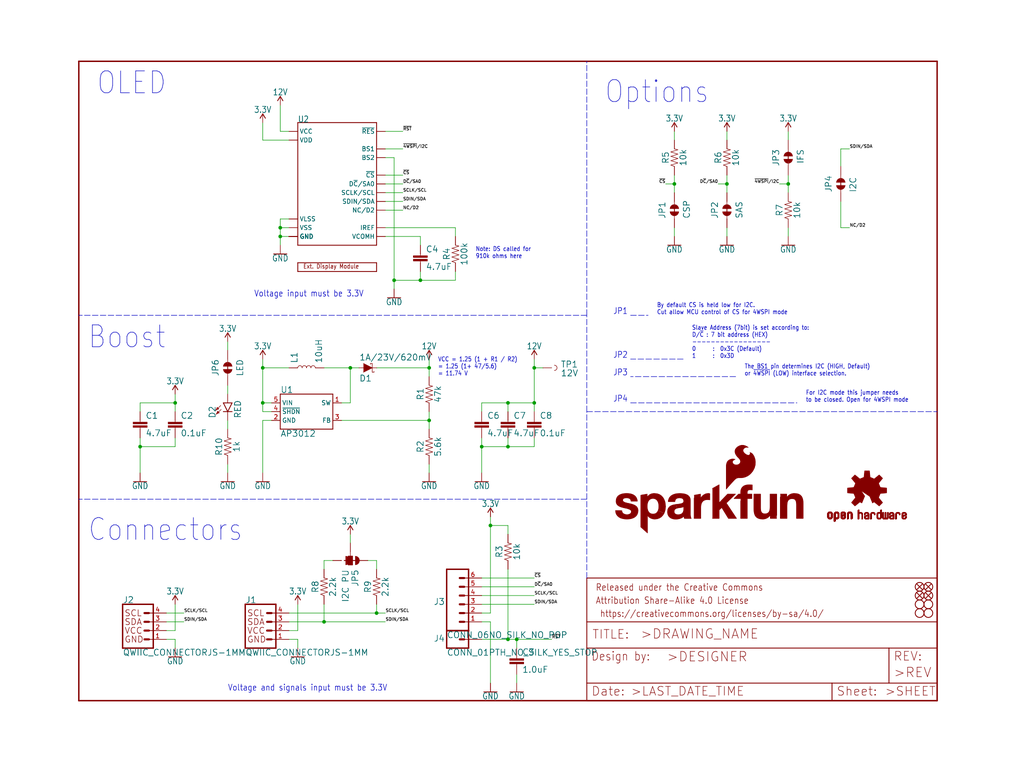
<source format=kicad_sch>
(kicad_sch (version 20211123) (generator eeschema)
  (paper "User" 297.002 224.815)
  (lib_symbols
    (symbol "eagleSchem-eagle-import:0.1UF-0603-100V-10%"
      (property "Reference" "C" (at 1.524 2.921 0))
      (property "Value" "0.1UF-0603-100V-10%" (at 1.524 -2.159 0))
      (symbol "0.1UF-0603-100V-10%_1_0"
        (pin passive line (at 0 5.08 270) (length 2.54) (name "1") (number "1"))
        (pin passive line (at 0 -2.54 90) (length 2.54) (name "2") (number "2"))
      )
    )
    (symbol "eagleSchem-eagle-import:1.0UF-0603-16V-10%-X7R"
      (property "Reference" "C" (at 1.524 2.921 0))
      (property "Value" "1.0UF-0603-16V-10%-X7R" (at 1.524 -2.159 0))
      (symbol "1.0UF-0603-16V-10%-X7R_1_0"
        (pin passive line (at 0 5.08 270) (length 2.54) (name "1") (number "1"))
        (pin passive line (at 0 -2.54 90) (length 2.54) (name "2") (number "2"))
      )
    )
    (symbol "eagleSchem-eagle-import:100KOHM-0603-1{slash}10W-1%"
      (property "Reference" "R" (at 0 1.524 0))
      (property "Value" "100KOHM-0603-1{slash}10W-1%" (at 0 -1.524 0))
      (symbol "100KOHM-0603-1{slash}10W-1%_1_0"
        (pin passive line (at -5.08 0 0) (length 2.54) (name "1") (number "1"))
        (pin passive line (at 5.08 0 180) (length 2.54) (name "2") (number "2"))
      )
    )
    (symbol "eagleSchem-eagle-import:10KOHM-0603-1{slash}10W-1%"
      (property "Reference" "R" (at 0 1.524 0))
      (property "Value" "10KOHM-0603-1{slash}10W-1%" (at 0 -1.524 0))
      (symbol "10KOHM-0603-1{slash}10W-1%_1_0"
        (pin passive line (at -5.08 0 0) (length 2.54) (name "1") (number "1"))
        (pin passive line (at 5.08 0 180) (length 2.54) (name "2") (number "2"))
      )
    )
    (symbol "eagleSchem-eagle-import:12V" (power)
      (property "Value" "12V" (at 0 2.794 0))
      (symbol "12V_1_0"
        (pin power_in line (at 0 0 90) (length 2.54) (name "12V") (number "1"))
      )
    )
    (symbol "eagleSchem-eagle-import:1KOHM-0603-1{slash}10W-1%"
      (property "Reference" "R" (at 0 1.524 0))
      (property "Value" "1KOHM-0603-1{slash}10W-1%" (at 0 -1.524 0))
      (symbol "1KOHM-0603-1{slash}10W-1%_1_0"
        (pin passive line (at -5.08 0 0) (length 2.54) (name "1") (number "1"))
        (pin passive line (at 5.08 0 180) (length 2.54) (name "2") (number "2"))
      )
    )
    (symbol "eagleSchem-eagle-import:2.2KOHM-0603-1{slash}10W-1%"
      (property "Reference" "R" (at 0 1.524 0))
      (property "Value" "2.2KOHM-0603-1{slash}10W-1%" (at 0 -1.524 0))
      (symbol "2.2KOHM-0603-1{slash}10W-1%_1_0"
        (pin passive line (at -5.08 0 0) (length 2.54) (name "1") (number "1"))
        (pin passive line (at 5.08 0 180) (length 2.54) (name "2") (number "2"))
      )
    )
    (symbol "eagleSchem-eagle-import:3.3V" (power)
      (property "Value" "3.3V" (at 0 2.794 0))
      (symbol "3.3V_1_0"
        (pin power_in line (at 0 0 90) (length 2.54) (name "3.3V") (number "1"))
      )
    )
    (symbol "eagleSchem-eagle-import:4.7UF-0603-35V-(20%)"
      (property "Reference" "C" (at 1.524 2.921 0))
      (property "Value" "4.7UF-0603-35V-(20%)" (at 1.524 -2.159 0))
      (symbol "4.7UF-0603-35V-(20%)_1_0"
        (pin passive line (at 0 5.08 270) (length 2.54) (name "1") (number "1"))
        (pin passive line (at 0 -2.54 90) (length 2.54) (name "2") (number "2"))
      )
    )
    (symbol "eagleSchem-eagle-import:47KOHM-0603-1{slash}10W-1%"
      (property "Reference" "R" (at 0 1.524 0))
      (property "Value" "47KOHM-0603-1{slash}10W-1%" (at 0 -1.524 0))
      (symbol "47KOHM-0603-1{slash}10W-1%_1_0"
        (pin passive line (at -5.08 0 0) (length 2.54) (name "1") (number "1"))
        (pin passive line (at 5.08 0 180) (length 2.54) (name "2") (number "2"))
      )
    )
    (symbol "eagleSchem-eagle-import:5.6KOHM-0603-1{slash}10W-1%"
      (property "Reference" "R" (at 0 1.524 0))
      (property "Value" "5.6KOHM-0603-1{slash}10W-1%" (at 0 -1.524 0))
      (symbol "5.6KOHM-0603-1{slash}10W-1%_1_0"
        (pin passive line (at -5.08 0 0) (length 2.54) (name "1") (number "1"))
        (pin passive line (at 5.08 0 180) (length 2.54) (name "2") (number "2"))
      )
    )
    (symbol "eagleSchem-eagle-import:AP3012"
      (property "Reference" "U" (at -7.62 5.334 0))
      (property "Value" "AP3012" (at -7.62 -5.334 0))
      (symbol "AP3012_1_0"
        (pin bidirectional line (at 10.16 2.54 180) (length 2.54) (name "SW") (number "1"))
        (pin bidirectional line (at -10.16 -2.54 0) (length 2.54) (name "GND") (number "2"))
        (pin bidirectional line (at 10.16 -2.54 180) (length 2.54) (name "FB") (number "3"))
        (pin bidirectional line (at -10.16 0 0) (length 2.54) (name "~{SHDN}") (number "4"))
        (pin bidirectional line (at -10.16 2.54 0) (length 2.54) (name "VIN") (number "5"))
      )
    )
    (symbol "eagleSchem-eagle-import:CONN_01PTH_NO_SILK_YES_STOP"
      (property "Reference" "J" (at -2.54 3.048 0))
      (property "Value" "CONN_01PTH_NO_SILK_YES_STOP" (at -2.54 -4.826 0))
      (symbol "CONN_01PTH_NO_SILK_YES_STOP_1_0"
        (pin passive line (at 7.62 0 180) (length 5.08) (name "1") (number "1"))
      )
    )
    (symbol "eagleSchem-eagle-import:CONN_06NO_SILK_NO_POP"
      (property "Reference" "J" (at -5.08 10.668 0))
      (property "Value" "CONN_06NO_SILK_NO_POP" (at -5.08 -9.906 0))
      (symbol "CONN_06NO_SILK_NO_POP_1_0"
        (pin passive line (at 5.08 -5.08 180) (length 5.08) (name "1") (number "1"))
        (pin passive line (at 5.08 -2.54 180) (length 5.08) (name "2") (number "2"))
        (pin passive line (at 5.08 0 180) (length 5.08) (name "3") (number "3"))
        (pin passive line (at 5.08 2.54 180) (length 5.08) (name "4") (number "4"))
        (pin passive line (at 5.08 5.08 180) (length 5.08) (name "5") (number "5"))
        (pin passive line (at 5.08 7.62 180) (length 5.08) (name "6") (number "6"))
      )
    )
    (symbol "eagleSchem-eagle-import:DIODE-SCHOTTKY-BAT20J"
      (property "Reference" "D" (at -2.54 2.032 0))
      (property "Value" "DIODE-SCHOTTKY-BAT20J" (at -2.54 -2.032 0))
      (symbol "DIODE-SCHOTTKY-BAT20J_1_0"
        (pin passive line (at -2.54 0 0) (length 0) (name "A") (number "A"))
        (pin passive line (at 2.54 0 180) (length 0) (name "C") (number "C"))
      )
    )
    (symbol "eagleSchem-eagle-import:EXTERNAL_DISP-UG-2856KLBAG01"
      (symbol "EXTERNAL_DISP-UG-2856KLBAG01_1_0"
        (text "Ext. Display Module" (at -13.716 0.762 0) (effects (font (size 1.27 1.0795)) (justify left bottom)))
      )
    )
    (symbol "eagleSchem-eagle-import:FIDUCIAL1X2")
    (symbol "eagleSchem-eagle-import:FRAME-LETTER"
      (symbol "FRAME-LETTER_2_0"
        (text " https://creativecommons.org/licenses/by-sa/4.0/" (at 2.54 24.13 0) (effects (font (size 1.9304 1.6408)) (justify left bottom)))
        (text ">DESIGNER" (at 23.114 11.176 0) (effects (font (size 2.7432 2.7432)) (justify left bottom)))
        (text ">DRAWING_NAME" (at 15.494 17.78 0) (effects (font (size 2.7432 2.7432)) (justify left bottom)))
        (text ">LAST_DATE_TIME" (at 12.7 1.27 0) (effects (font (size 2.54 2.54)) (justify left bottom)))
        (text ">REV" (at 88.9 6.604 0) (effects (font (size 2.7432 2.7432)) (justify left bottom)))
        (text ">SHEET" (at 86.36 1.27 0) (effects (font (size 2.54 2.54)) (justify left bottom)))
        (text "Attribution Share-Alike 4.0 License" (at 2.54 27.94 0) (effects (font (size 1.9304 1.6408)) (justify left bottom)))
        (text "Date:" (at 1.27 1.27 0) (effects (font (size 2.54 2.54)) (justify left bottom)))
        (text "Design by:" (at 1.27 11.43 0) (effects (font (size 2.54 2.159)) (justify left bottom)))
        (text "Released under the Creative Commons" (at 2.54 31.75 0) (effects (font (size 1.9304 1.6408)) (justify left bottom)))
        (text "REV:" (at 88.9 11.43 0) (effects (font (size 2.54 2.54)) (justify left bottom)))
        (text "Sheet:" (at 72.39 1.27 0) (effects (font (size 2.54 2.54)) (justify left bottom)))
        (text "TITLE:" (at 1.524 17.78 0) (effects (font (size 2.54 2.54)) (justify left bottom)))
      )
    )
    (symbol "eagleSchem-eagle-import:GND" (power)
      (property "Value" "GND" (at 0 -0.254 0))
      (symbol "GND_1_0"
        (pin power_in line (at 0 2.54 270) (length 2.54) (name "GND") (number "1"))
      )
    )
    (symbol "eagleSchem-eagle-import:INDUCTOR-CDRH-10UH"
      (property "Reference" "L" (at 1.27 2.54 0))
      (property "Value" "INDUCTOR-CDRH-10UH" (at 1.27 -2.54 0))
      (symbol "INDUCTOR-CDRH-10UH_1_0"
        (pin passive line (at 0 5.08 270) (length 2.54) (name "1") (number "P$1"))
        (pin passive line (at 0 -5.08 90) (length 2.54) (name "2") (number "P$2"))
      )
    )
    (symbol "eagleSchem-eagle-import:JUMPER-SMT_2_NC_TRACE_SILK"
      (property "Reference" "JP" (at -2.54 2.54 0))
      (property "Value" "JUMPER-SMT_2_NC_TRACE_SILK" (at -2.54 -2.54 0))
      (symbol "JUMPER-SMT_2_NC_TRACE_SILK_1_0"
        (pin passive line (at -5.08 0 0) (length 2.54) (name "1") (number "1"))
        (pin passive line (at 5.08 0 180) (length 2.54) (name "2") (number "2"))
      )
    )
    (symbol "eagleSchem-eagle-import:JUMPER-SMT_3_2-NC_TRACE_SILK"
      (property "Reference" "JP" (at 2.54 0.381 0))
      (property "Value" "JUMPER-SMT_3_2-NC_TRACE_SILK" (at 2.54 -0.381 0))
      (symbol "JUMPER-SMT_3_2-NC_TRACE_SILK_1_0"
        (pin passive line (at 0 5.08 270) (length 2.54) (name "1") (number "1"))
        (pin passive line (at -5.08 0 0) (length 2.54) (name "2") (number "2"))
        (pin passive line (at 0 -5.08 90) (length 2.54) (name "3") (number "3"))
      )
    )
    (symbol "eagleSchem-eagle-import:LED-RED0603"
      (property "Reference" "D" (at -3.429 -4.572 90))
      (property "Value" "LED-RED0603" (at 1.905 -4.572 90))
      (symbol "LED-RED0603_1_0"
        (pin passive line (at 0 2.54 270) (length 2.54) (name "A") (number "A"))
        (pin passive line (at 0 -5.08 90) (length 2.54) (name "C") (number "C"))
      )
    )
    (symbol "eagleSchem-eagle-import:OSHW-LOGOS")
    (symbol "eagleSchem-eagle-import:QWIIC_CONNECTORJS-1MM"
      (property "Reference" "J" (at -5.08 7.874 0))
      (property "Value" "QWIIC_CONNECTORJS-1MM" (at -5.08 -5.334 0))
      (symbol "QWIIC_CONNECTORJS-1MM_1_0"
        (text "GND" (at -4.572 -2.54 0) (effects (font (size 1.778 1.778)) (justify left)))
        (text "SCL" (at -4.572 5.08 0) (effects (font (size 1.778 1.778)) (justify left)))
        (text "SDA" (at -4.572 2.54 0) (effects (font (size 1.778 1.778)) (justify left)))
        (text "VCC" (at -4.572 0 0) (effects (font (size 1.778 1.778)) (justify left)))
        (pin power_in line (at 7.62 -2.54 180) (length 5.08) (name "1") (number "1"))
        (pin power_in line (at 7.62 0 180) (length 5.08) (name "2") (number "2"))
        (pin passive line (at 7.62 2.54 180) (length 5.08) (name "3") (number "3"))
        (pin passive line (at 7.62 5.08 180) (length 5.08) (name "4") (number "4"))
      )
    )
    (symbol "eagleSchem-eagle-import:SFE_LOGO_NAME_FLAME.1_INCH")
    (symbol "eagleSchem-eagle-import:STAND-OFF")
    (symbol "eagleSchem-eagle-import:TEST-POINT3"
      (property "Reference" "TP" (at -2.54 2.54 0))
      (property "Value" "TEST-POINT3" (at -2.54 -2.54 0))
      (symbol "TEST-POINT3_1_0"
        (pin bidirectional line (at 0 0 180) (length 0) (name "1") (number "P$1"))
      )
    )
    (symbol "eagleSchem-eagle-import:UG-2856KLBAG01_4WSPI"
      (property "Reference" "U" (at -15.24 22.86 0))
      (property "Value" "UG-2856KLBAG01_4WSPI" (at -15.24 -15.24 0))
      (symbol "UG-2856KLBAG01_4WSPI_1_0"
        (pin bidirectional line (at -17.78 -10.16 0) (length 2.54) (name "GND") (number "P$1"))
        (pin bidirectional line (at 10.16 5.08 180) (length 2.54) (name "D~{C}/SA0") (number "P$10"))
        (pin bidirectional line (at -17.78 -10.16 0) (length 2.54) (name "GND") (number "P$11"))
        (pin bidirectional line (at -17.78 -10.16 0) (length 2.54) (name "GND") (number "P$12"))
        (pin bidirectional line (at 10.16 2.54 180) (length 2.54) (name "SCLK/SCL") (number "P$13"))
        (pin bidirectional line (at 10.16 0 180) (length 2.54) (name "SDIN/SDA") (number "P$14"))
        (pin bidirectional line (at 10.16 -2.54 180) (length 2.54) (name "NC/D2") (number "P$15"))
        (pin bidirectional line (at -17.78 -10.16 0) (length 2.54) (name "GND") (number "P$16"))
        (pin bidirectional line (at -17.78 -10.16 0) (length 2.54) (name "GND") (number "P$17"))
        (pin bidirectional line (at -17.78 -10.16 0) (length 2.54) (name "GND") (number "P$18"))
        (pin bidirectional line (at -17.78 -10.16 0) (length 2.54) (name "GND") (number "P$19"))
        (pin bidirectional line (at -17.78 -5.08 0) (length 2.54) (name "VLSS") (number "P$2"))
        (pin bidirectional line (at -17.78 -10.16 0) (length 2.54) (name "GND") (number "P$20"))
        (pin bidirectional line (at 10.16 -7.62 180) (length 2.54) (name "IREF") (number "P$21"))
        (pin bidirectional line (at 10.16 -10.16 180) (length 2.54) (name "VCOMH") (number "P$22"))
        (pin bidirectional line (at -17.78 20.32 0) (length 2.54) (name "VCC") (number "P$23"))
        (pin bidirectional line (at -17.78 -10.16 0) (length 2.54) (name "GND") (number "P$24"))
        (pin bidirectional line (at -17.78 -7.62 0) (length 2.54) (name "VSS") (number "P$3"))
        (pin bidirectional line (at -17.78 17.78 0) (length 2.54) (name "VDD") (number "P$5"))
        (pin bidirectional line (at 10.16 15.24 180) (length 2.54) (name "BS1") (number "P$6"))
        (pin bidirectional line (at 10.16 12.7 180) (length 2.54) (name "BS2") (number "P$7"))
        (pin bidirectional line (at 10.16 7.62 180) (length 2.54) (name "~{CS}") (number "P$8"))
        (pin bidirectional line (at 10.16 20.32 180) (length 2.54) (name "~{RES}") (number "P$9"))
      )
    )
  )
  (junction (at 195.58 53.34))
  (junction (at 154.94 106.68))
  (junction (at 147.32 129.54))
  (junction (at 114.3 81.28))
  (junction (at 40.64 129.54))
  (junction (at 76.2 116.84))
  (junction (at 147.32 116.84))
  (junction (at 76.2 106.68))
  (junction (at 139.7 129.54))
  (junction (at 121.92 81.28))
  (junction (at 210.82 53.34))
  (junction (at 81.28 66.04))
  (junction (at 124.46 121.92))
  (junction (at 93.98 180.34))
  (junction (at 101.6 106.68))
  (junction (at 154.94 116.84))
  (junction (at 228.6 53.34))
  (junction (at 81.28 68.58))
  (junction (at 124.46 106.68))
  (junction (at 50.8 116.84))
  (junction (at 147.32 185.42))
  (junction (at 109.22 177.8))
  (junction (at 149.86 185.42))
  (junction (at 142.24 152.4))
  (wire (pts (xy 210.82 55.88) (xy 210.82 53.34)))
  (wire (pts (xy 99.06 121.92) (xy 124.46 121.92)))
  (wire (pts (xy 147.32 165.1) (xy 147.32 185.42)))
  (wire (pts (xy 139.7 180.34) (xy 142.24 180.34)))
  (wire (pts (xy 210.82 40.64) (xy 210.82 38.1)))
  (wire (pts (xy 99.06 116.84) (xy 101.6 116.84)))
  (wire (pts (xy 114.3 45.72) (xy 111.76 45.72)))
  (wire (pts (xy 76.2 116.84) (xy 78.74 116.84)))
  (wire (pts (xy 76.2 106.68) (xy 83.82 106.68)))
  (wire (pts (xy 210.82 53.34) (xy 208.28 53.34)))
  (wire (pts (xy 83.82 182.88) (xy 86.36 182.88)))
  (wire (pts (xy 40.64 116.84) (xy 50.8 116.84)))
  (wire (pts (xy 111.76 50.8) (xy 116.84 50.8)))
  (wire (pts (xy 81.28 66.04) (xy 81.28 68.58)))
  (wire (pts (xy 149.86 187.96) (xy 149.86 185.42)))
  (wire (pts (xy 48.26 185.42) (xy 50.8 185.42)))
  (wire (pts (xy 121.92 81.28) (xy 114.3 81.28)))
  (wire (pts (xy 147.32 129.54) (xy 154.94 129.54)))
  (wire (pts (xy 53.34 180.34) (xy 48.26 180.34)))
  (polyline (pts (xy 170.18 119.38) (xy 271.78 119.38)))
  (wire (pts (xy 132.08 78.74) (xy 132.08 81.28)))
  (wire (pts (xy 147.32 116.84) (xy 154.94 116.84)))
  (wire (pts (xy 124.46 104.14) (xy 124.46 106.68)))
  (wire (pts (xy 81.28 38.1) (xy 81.28 30.48)))
  (wire (pts (xy 139.7 177.8) (xy 142.24 177.8)))
  (wire (pts (xy 106.68 162.56) (xy 109.22 162.56)))
  (wire (pts (xy 76.2 121.92) (xy 76.2 137.16)))
  (wire (pts (xy 149.86 185.42) (xy 160.02 185.42)))
  (wire (pts (xy 147.32 152.4) (xy 142.24 152.4)))
  (polyline (pts (xy 170.18 91.44) (xy 170.18 17.78)))
  (polyline (pts (xy 170.18 144.78) (xy 170.18 119.38)))
  (polyline (pts (xy 182.88 91.44) (xy 187.96 91.44)))
  (wire (pts (xy 132.08 66.04) (xy 132.08 68.58)))
  (wire (pts (xy 195.58 68.58) (xy 195.58 66.04)))
  (wire (pts (xy 124.46 121.92) (xy 124.46 119.38)))
  (wire (pts (xy 147.32 185.42) (xy 139.7 185.42)))
  (wire (pts (xy 93.98 162.56) (xy 93.98 165.1)))
  (wire (pts (xy 76.2 40.64) (xy 76.2 35.56)))
  (wire (pts (xy 228.6 40.64) (xy 228.6 38.1)))
  (wire (pts (xy 83.82 177.8) (xy 109.22 177.8)))
  (wire (pts (xy 81.28 63.5) (xy 81.28 66.04)))
  (wire (pts (xy 111.76 38.1) (xy 116.84 38.1)))
  (wire (pts (xy 124.46 106.68) (xy 124.46 109.22)))
  (polyline (pts (xy 170.18 119.38) (xy 170.18 91.44)))
  (wire (pts (xy 101.6 116.84) (xy 101.6 106.68)))
  (wire (pts (xy 154.94 116.84) (xy 154.94 106.68)))
  (wire (pts (xy 124.46 124.46) (xy 124.46 121.92)))
  (polyline (pts (xy 170.18 91.44) (xy 22.86 91.44)))
  (wire (pts (xy 40.64 127) (xy 40.64 129.54)))
  (wire (pts (xy 109.22 162.56) (xy 109.22 165.1)))
  (wire (pts (xy 66.04 137.16) (xy 66.04 134.62)))
  (polyline (pts (xy 213.36 109.22) (xy 182.88 109.22)))
  (wire (pts (xy 147.32 119.38) (xy 147.32 116.84)))
  (wire (pts (xy 111.76 60.96) (xy 116.84 60.96)))
  (wire (pts (xy 40.64 119.38) (xy 40.64 116.84)))
  (wire (pts (xy 139.7 119.38) (xy 139.7 116.84)))
  (wire (pts (xy 246.38 43.18) (xy 243.84 43.18)))
  (wire (pts (xy 83.82 63.5) (xy 81.28 63.5)))
  (wire (pts (xy 83.82 68.58) (xy 81.28 68.58)))
  (wire (pts (xy 50.8 182.88) (xy 48.26 182.88)))
  (wire (pts (xy 109.22 177.8) (xy 111.76 177.8)))
  (wire (pts (xy 139.7 116.84) (xy 147.32 116.84)))
  (wire (pts (xy 66.04 111.76) (xy 66.04 114.3)))
  (wire (pts (xy 66.04 121.92) (xy 66.04 124.46)))
  (wire (pts (xy 96.52 162.56) (xy 93.98 162.56)))
  (wire (pts (xy 76.2 116.84) (xy 76.2 106.68)))
  (wire (pts (xy 121.92 68.58) (xy 121.92 71.12)))
  (wire (pts (xy 195.58 50.8) (xy 195.58 53.34)))
  (wire (pts (xy 147.32 154.94) (xy 147.32 152.4)))
  (wire (pts (xy 40.64 129.54) (xy 40.64 137.16)))
  (wire (pts (xy 139.7 175.26) (xy 154.94 175.26)))
  (wire (pts (xy 111.76 58.42) (xy 116.84 58.42)))
  (wire (pts (xy 78.74 121.92) (xy 76.2 121.92)))
  (wire (pts (xy 78.74 119.38) (xy 76.2 119.38)))
  (wire (pts (xy 83.82 66.04) (xy 81.28 66.04)))
  (polyline (pts (xy 198.12 104.14) (xy 182.88 104.14)))
  (wire (pts (xy 83.82 180.34) (xy 93.98 180.34)))
  (polyline (pts (xy 170.18 144.78) (xy 22.86 144.78)))
  (wire (pts (xy 109.22 106.68) (xy 124.46 106.68)))
  (wire (pts (xy 139.7 167.64) (xy 154.94 167.64)))
  (wire (pts (xy 101.6 154.94) (xy 101.6 157.48)))
  (wire (pts (xy 50.8 127) (xy 50.8 129.54)))
  (wire (pts (xy 132.08 81.28) (xy 121.92 81.28)))
  (wire (pts (xy 93.98 106.68) (xy 101.6 106.68)))
  (wire (pts (xy 210.82 68.58) (xy 210.82 66.04)))
  (wire (pts (xy 111.76 68.58) (xy 121.92 68.58)))
  (wire (pts (xy 228.6 50.8) (xy 228.6 53.34)))
  (wire (pts (xy 50.8 175.26) (xy 50.8 182.88)))
  (wire (pts (xy 228.6 53.34) (xy 226.06 53.34)))
  (wire (pts (xy 195.58 38.1) (xy 195.58 40.64)))
  (wire (pts (xy 142.24 180.34) (xy 142.24 198.12)))
  (wire (pts (xy 83.82 40.64) (xy 76.2 40.64)))
  (wire (pts (xy 246.38 66.04) (xy 243.84 66.04)))
  (wire (pts (xy 50.8 185.42) (xy 50.8 187.96)))
  (polyline (pts (xy 170.18 167.64) (xy 170.18 144.78)))
  (wire (pts (xy 154.94 119.38) (xy 154.94 116.84)))
  (polyline (pts (xy 182.88 116.84) (xy 231.14 116.84)))
  (wire (pts (xy 154.94 106.68) (xy 154.94 104.14)))
  (wire (pts (xy 76.2 104.14) (xy 76.2 106.68)))
  (wire (pts (xy 48.26 177.8) (xy 53.34 177.8)))
  (wire (pts (xy 101.6 106.68) (xy 104.14 106.68)))
  (wire (pts (xy 50.8 129.54) (xy 40.64 129.54)))
  (wire (pts (xy 139.7 172.72) (xy 154.94 172.72)))
  (wire (pts (xy 228.6 66.04) (xy 228.6 68.58)))
  (wire (pts (xy 66.04 99.06) (xy 66.04 101.6)))
  (wire (pts (xy 111.76 55.88) (xy 116.84 55.88)))
  (wire (pts (xy 228.6 55.88) (xy 228.6 53.34)))
  (wire (pts (xy 114.3 81.28) (xy 114.3 83.82)))
  (wire (pts (xy 93.98 180.34) (xy 111.76 180.34)))
  (wire (pts (xy 243.84 43.18) (xy 243.84 48.26)))
  (wire (pts (xy 86.36 185.42) (xy 86.36 187.96)))
  (wire (pts (xy 124.46 137.16) (xy 124.46 134.62)))
  (wire (pts (xy 149.86 198.12) (xy 149.86 195.58)))
  (wire (pts (xy 243.84 66.04) (xy 243.84 58.42)))
  (wire (pts (xy 139.7 127) (xy 139.7 129.54)))
  (wire (pts (xy 83.82 185.42) (xy 86.36 185.42)))
  (wire (pts (xy 195.58 55.88) (xy 195.58 53.34)))
  (wire (pts (xy 83.82 38.1) (xy 81.28 38.1)))
  (wire (pts (xy 210.82 50.8) (xy 210.82 53.34)))
  (wire (pts (xy 142.24 177.8) (xy 142.24 152.4)))
  (wire (pts (xy 111.76 66.04) (xy 132.08 66.04)))
  (wire (pts (xy 81.28 68.58) (xy 81.28 71.12)))
  (wire (pts (xy 86.36 182.88) (xy 86.36 175.26)))
  (wire (pts (xy 147.32 185.42) (xy 149.86 185.42)))
  (wire (pts (xy 157.48 106.68) (xy 154.94 106.68)))
  (wire (pts (xy 147.32 127) (xy 147.32 129.54)))
  (wire (pts (xy 142.24 149.86) (xy 142.24 152.4)))
  (wire (pts (xy 93.98 175.26) (xy 93.98 180.34)))
  (wire (pts (xy 154.94 170.18) (xy 139.7 170.18)))
  (wire (pts (xy 195.58 53.34) (xy 193.04 53.34)))
  (wire (pts (xy 50.8 114.3) (xy 50.8 116.84)))
  (wire (pts (xy 114.3 81.28) (xy 114.3 45.72)))
  (wire (pts (xy 121.92 78.74) (xy 121.92 81.28)))
  (wire (pts (xy 139.7 129.54) (xy 139.7 137.16)))
  (wire (pts (xy 154.94 129.54) (xy 154.94 127)))
  (wire (pts (xy 109.22 175.26) (xy 109.22 177.8)))
  (wire (pts (xy 111.76 43.18) (xy 116.84 43.18)))
  (wire (pts (xy 50.8 116.84) (xy 50.8 119.38)))
  (wire (pts (xy 139.7 129.54) (xy 147.32 129.54)))
  (wire (pts (xy 76.2 119.38) (xy 76.2 116.84)))
  (wire (pts (xy 111.76 53.34) (xy 116.84 53.34)))
  (text "JP1" (at 177.8 91.44 180) (effects (font (size 1.778 1.5113)) (justify left bottom)))
  (text "Note: DS called for\n910k ohms here" (at 137.922 75.184 180) (effects (font (size 1.27 1.0795)) (justify left bottom)))
  (text "JP4" (at 177.8 116.84 180) (effects (font (size 1.778 1.5113)) (justify left bottom)))
  (text "Voltage input must be 3.3V~{}" (at 73.66 86.36 180) (effects (font (size 1.778 1.5113)) (justify left bottom)))
  (text "JP2" (at 177.8 104.14 180) (effects (font (size 1.778 1.5113)) (justify left bottom)))
  (text "Voltage and signals input must be 3.3V~{}" (at 66.04 200.66 180) (effects (font (size 1.778 1.5113)) (justify left bottom)))
  (text "Options" (at 175.26 30.48 180) (effects (font (size 6.35 5.3975)) (justify left bottom)))
  (text "By default CS is held low for I2C.\nCut allow MCU control of CS for 4WSPI mode" (at 190.5 91.44 0) (effects (font (size 1.27 1.0795)) (justify left bottom)))
  (text "The BS1 pin determines I2C (HIGH, Default)\nor ~{4WSPI} (LOW) interface selection." (at 215.9 109.22 0) (effects (font (size 1.27 1.0795)) (justify left bottom)))
  (text "Connectors" (at 25.4 157.48 180) (effects (font (size 6.35 5.3975)) (justify left bottom)))
  (text "For I2C mode this jumper needs\nto be closed. Open for 4WSPI mode" (at 233.68 116.84 0) (effects (font (size 1.27 1.0795)) (justify left bottom)))
  (text "JP3" (at 177.8 109.22 180) (effects (font (size 1.778 1.5113)) (justify left bottom)))
  (text "Slave Address (7bit) is set according to:\nD/~{C} : 7 bit address (HEX)\n-----------------\n0      :  0x3C (Default)\n1      :  0x3D" (at 200.66 104.14 0) (effects (font (size 1.27 1.0795)) (justify left bottom)))
  (text "Boost" (at 25.4 101.6 180) (effects (font (size 6.35 5.3975)) (justify left bottom)))
  (text "OLED" (at 27.94 27.94 180) (effects (font (size 6.35 5.3975)) (justify left bottom)))
  (text "VCC = 1.25 (1 + R1 / R2)\n= 1.25 (1+ 47/5.6)\n= 11.74 V" (at 127 109.22 0) (effects (font (size 1.27 1.0795)) (justify left bottom)))
  (label "SDIN/SDA" (at 116.84 58.42 0) (effects (font (size 0.889 0.889))))
  (label "SDIN/SDA" (at 53.34 180.34 0) (effects (font (size 0.889 0.889))))
  (label "~{CS}" (at 116.84 50.8 0) (effects (font (size 0.889 0.889))))
  (label "SCLK/SCL" (at 154.94 172.72 0) (effects (font (size 0.889 0.889))))
  (label "SDIN/SDA" (at 246.38 43.18 0) (effects (font (size 0.889 0.889))))
  (label "D~{C}/SA0" (at 116.84 53.34 0) (effects (font (size 0.889 0.889))))
  (label "~{4WSPI}/I2C" (at 116.84 43.18 0) (effects (font (size 0.889 0.889))))
  (label "~{RST}" (at 116.84 38.1 0) (effects (font (size 0.889 0.889))))
  (label "SDIN/SDA" (at 154.94 175.26 0) (effects (font (size 0.889 0.889))))
  (label "D~{C}/SA0" (at 208.28 53.34 180) (effects (font (size 0.889 0.889))))
  (label "NC/D2" (at 246.38 66.04 0) (effects (font (size 0.889 0.889))))
  (label "~{4WSPI}/I2C" (at 226.06 53.34 180) (effects (font (size 0.889 0.889))))
  (label "SDIN/SDA" (at 111.76 180.34 0) (effects (font (size 0.889 0.889))))
  (label "NC/D2" (at 116.84 60.96 0) (effects (font (size 0.889 0.889))))
  (label "SCLK/SCL" (at 53.34 177.8 0) (effects (font (size 0.889 0.889))))
  (label "~{RST}" (at 160.02 185.42 0) (effects (font (size 0.889 0.889))))
  (label "SCLK/SCL" (at 116.84 55.88 0) (effects (font (size 0.889 0.889))))
  (label "D~{C}/SA0" (at 154.94 170.18 0) (effects (font (size 0.889 0.889))))
  (label "~{CS}" (at 193.04 53.34 180) (effects (font (size 0.889 0.889))))
  (label "~{CS}" (at 154.94 167.64 0) (effects (font (size 0.889 0.889))))
  (label "SCLK/SCL" (at 111.76 177.8 0) (effects (font (size 0.889 0.889))))
  (symbol (lib_id "eagleSchem-eagle-import:FRAME-LETTER") (at 170.18 203.2 0) (unit 2)
    (property "Reference" "FRAME1" (effects hide))
    (property "Value" "FRAME-LETTER" (effects hide))
    (property "Footprint" "eagleSchem:CREATIVE_COMMONS" (effects hide))
    (property "Value" "FRAME-LETTER" (effects hide))
    (property "Value" "FRAME-LETTER" (effects hide))
  )
  (symbol (lib_id "eagleSchem-eagle-import:3.3V") (at 86.36 175.26 0) (unit 1)
    (property "Reference" "#SUPPLY2" (effects hide))
    (property "Value" "3.3V" (at 86.36 172.466 0) (effects (font (size 1.778 1.5113)) (justify bottom)))
    (property "Footprint" "eagleSchem:" (effects hide))
  )
  (symbol (lib_id "eagleSchem-eagle-import:STAND-OFF") (at 266.7 175.26 0) (unit 1)
    (property "Reference" "H1" (effects hide))
    (property "Value" "STAND-OFF" (effects hide))
    (property "Footprint" "eagleSchem:STAND-OFF" (effects hide))
  )
  (symbol (lib_id "eagleSchem-eagle-import:GND") (at 142.24 200.66 0) (unit 1)
    (property "Reference" "#GND10" (effects hide))
    (property "Value" "GND" (at 142.24 200.914 0) (effects (font (size 1.778 1.5113)) (justify top)))
    (property "Footprint" "eagleSchem:" (effects hide))
  )
  (symbol (lib_id "eagleSchem-eagle-import:GND") (at 149.86 200.66 0) (unit 1)
    (property "Reference" "#GND3" (effects hide))
    (property "Value" "GND" (at 149.86 200.914 0) (effects (font (size 1.778 1.5113)) (justify top)))
    (property "Footprint" "eagleSchem:" (effects hide))
  )
  (symbol (lib_id "eagleSchem-eagle-import:4.7UF-0603-35V-(20%)") (at 121.92 76.2 0) (unit 1)
    (property "Reference" "C4" (at 123.444 73.279 0) (effects (font (size 1.778 1.778)) (justify left bottom)))
    (property "Value" "4.7uF" (at 123.444 78.359 0) (effects (font (size 1.778 1.778)) (justify left bottom)))
    (property "Footprint" "eagleSchem:0603" (effects hide))
  )
  (symbol (lib_id "eagleSchem-eagle-import:12V") (at 124.46 104.14 0) (unit 1)
    (property "Reference" "#SUPPLY7" (effects hide))
    (property "Value" "12V" (at 124.46 101.346 0) (effects (font (size 1.778 1.5113)) (justify bottom)))
    (property "Footprint" "eagleSchem:" (effects hide))
  )
  (symbol (lib_id "eagleSchem-eagle-import:GND") (at 76.2 139.7 0) (unit 1)
    (property "Reference" "#GND4" (effects hide))
    (property "Value" "GND" (at 76.2 139.954 0) (effects (font (size 1.778 1.5113)) (justify top)))
    (property "Footprint" "eagleSchem:" (effects hide))
  )
  (symbol (lib_id "eagleSchem-eagle-import:GND") (at 124.46 139.7 0) (unit 1)
    (property "Reference" "#GND8" (effects hide))
    (property "Value" "GND" (at 124.46 139.954 0) (effects (font (size 1.778 1.5113)) (justify top)))
    (property "Footprint" "eagleSchem:" (effects hide))
  )
  (symbol (lib_id "eagleSchem-eagle-import:3.3V") (at 66.04 99.06 0) (unit 1)
    (property "Reference" "#SUPPLY14" (effects hide))
    (property "Value" "3.3V" (at 66.04 96.266 0) (effects (font (size 1.778 1.5113)) (justify bottom)))
    (property "Footprint" "eagleSchem:" (effects hide))
  )
  (symbol (lib_id "eagleSchem-eagle-import:3.3V") (at 76.2 35.56 0) (unit 1)
    (property "Reference" "#SUPPLY4" (effects hide))
    (property "Value" "3.3V" (at 76.2 32.766 0) (effects (font (size 1.778 1.5113)) (justify bottom)))
    (property "Footprint" "eagleSchem:" (effects hide))
  )
  (symbol (lib_id "eagleSchem-eagle-import:STAND-OFF") (at 269.24 177.8 0) (unit 1)
    (property "Reference" "H3" (effects hide))
    (property "Value" "STAND-OFF" (effects hide))
    (property "Footprint" "eagleSchem:STAND-OFF" (effects hide))
  )
  (symbol (lib_id "eagleSchem-eagle-import:10KOHM-0603-1{slash}10W-1%") (at 147.32 160.02 90) (unit 1)
    (property "Reference" "R3" (at 145.796 160.02 0) (effects (font (size 1.778 1.778)) (justify bottom)))
    (property "Value" "10k" (at 148.844 160.02 0) (effects (font (size 1.778 1.778)) (justify top)))
    (property "Footprint" "eagleSchem:0603" (effects hide))
  )
  (symbol (lib_id "eagleSchem-eagle-import:FIDUCIAL1X2") (at 266.7 170.18 0) (unit 1)
    (property "Reference" "FD1" (effects hide))
    (property "Value" "FIDUCIAL1X2" (effects hide))
    (property "Footprint" "eagleSchem:FIDUCIAL-1X2" (effects hide))
  )
  (symbol (lib_id "eagleSchem-eagle-import:0.1UF-0603-100V-10%") (at 50.8 124.46 0) (unit 1)
    (property "Reference" "C2" (at 52.324 121.539 0) (effects (font (size 1.778 1.778)) (justify left bottom)))
    (property "Value" "0.1uF" (at 52.324 126.619 0) (effects (font (size 1.778 1.778)) (justify left bottom)))
    (property "Footprint" "eagleSchem:0603" (effects hide))
  )
  (symbol (lib_id "eagleSchem-eagle-import:JUMPER-SMT_2_NC_TRACE_SILK") (at 66.04 106.68 90) (unit 1)
    (property "Reference" "JP6" (at 63.5 109.22 0) (effects (font (size 1.778 1.778)) (justify left bottom)))
    (property "Value" "LED" (at 68.58 109.22 0) (effects (font (size 1.778 1.778)) (justify left top)))
    (property "Footprint" "eagleSchem:SMT-JUMPER_2_NC_TRACE_SILK" (effects hide))
  )
  (symbol (lib_id "eagleSchem-eagle-import:0.1UF-0603-100V-10%") (at 154.94 124.46 0) (unit 1)
    (property "Reference" "C8" (at 156.464 121.539 0) (effects (font (size 1.778 1.778)) (justify left bottom)))
    (property "Value" "0.1uF" (at 156.464 126.619 0) (effects (font (size 1.778 1.778)) (justify left bottom)))
    (property "Footprint" "eagleSchem:0603" (effects hide))
  )
  (symbol (lib_id "eagleSchem-eagle-import:1.0UF-0603-16V-10%-X7R") (at 149.86 193.04 0) (unit 1)
    (property "Reference" "C3" (at 151.384 190.119 0) (effects (font (size 1.778 1.778)) (justify left bottom)))
    (property "Value" "1.0uF" (at 151.384 195.199 0) (effects (font (size 1.778 1.778)) (justify left bottom)))
    (property "Footprint" "eagleSchem:0603" (effects hide))
  )
  (symbol (lib_id "eagleSchem-eagle-import:TEST-POINT3") (at 157.48 106.68 0) (unit 1)
    (property "Reference" "TP1" (at 162.56 106.68 0) (effects (font (size 1.778 1.778)) (justify left bottom)))
    (property "Value" "12V" (at 162.56 109.22 0) (effects (font (size 1.778 1.778)) (justify left bottom)))
    (property "Footprint" "eagleSchem:PAD.03X.03" (effects hide))
  )
  (symbol (lib_id "eagleSchem-eagle-import:FIDUCIAL1X2") (at 269.24 170.18 0) (unit 1)
    (property "Reference" "FD3" (effects hide))
    (property "Value" "FIDUCIAL1X2" (effects hide))
    (property "Footprint" "eagleSchem:FIDUCIAL-1X2" (effects hide))
  )
  (symbol (lib_id "eagleSchem-eagle-import:GND") (at 66.04 139.7 0) (unit 1)
    (property "Reference" "#GND9" (effects hide))
    (property "Value" "GND" (at 66.04 139.954 0) (effects (font (size 1.778 1.5113)) (justify top)))
    (property "Footprint" "eagleSchem:" (effects hide))
  )
  (symbol (lib_id "eagleSchem-eagle-import:GND") (at 139.7 139.7 0) (unit 1)
    (property "Reference" "#GND11" (effects hide))
    (property "Value" "GND" (at 139.7 139.954 0) (effects (font (size 1.778 1.5113)) (justify top)))
    (property "Footprint" "eagleSchem:" (effects hide))
  )
  (symbol (lib_id "eagleSchem-eagle-import:3.3V") (at 210.82 38.1 0) (unit 1)
    (property "Reference" "#SUPPLY11" (effects hide))
    (property "Value" "3.3V" (at 210.82 35.306 0) (effects (font (size 1.778 1.5113)) (justify bottom)))
    (property "Footprint" "eagleSchem:" (effects hide))
  )
  (symbol (lib_id "eagleSchem-eagle-import:SFE_LOGO_NAME_FLAME.1_INCH") (at 177.8 154.94 0) (unit 1)
    (property "Reference" "LOGO1" (effects hide))
    (property "Value" "SFE_LOGO_NAME_FLAME.1_INCH" (effects hide))
    (property "Footprint" "eagleSchem:SFE_LOGO_NAME_FLAME_.1" (effects hide))
  )
  (symbol (lib_id "eagleSchem-eagle-import:3.3V") (at 142.24 149.86 0) (unit 1)
    (property "Reference" "#SUPPLY8" (effects hide))
    (property "Value" "3.3V" (at 142.24 147.066 0) (effects (font (size 1.778 1.5113)) (justify bottom)))
    (property "Footprint" "eagleSchem:" (effects hide))
  )
  (symbol (lib_id "eagleSchem-eagle-import:GND") (at 228.6 71.12 0) (unit 1)
    (property "Reference" "#GND14" (effects hide))
    (property "Value" "GND" (at 228.6 71.374 0) (effects (font (size 1.778 1.5113)) (justify top)))
    (property "Footprint" "eagleSchem:" (effects hide))
  )
  (symbol (lib_id "eagleSchem-eagle-import:GND") (at 86.36 190.5 0) (unit 1)
    (property "Reference" "#GND2" (effects hide))
    (property "Value" "GND" (at 86.36 190.754 0) (effects (font (size 1.778 1.5113)) (justify top)))
    (property "Footprint" "eagleSchem:" (effects hide))
  )
  (symbol (lib_id "eagleSchem-eagle-import:12V") (at 154.94 104.14 0) (unit 1)
    (property "Reference" "#SUPPLY9" (effects hide))
    (property "Value" "12V" (at 154.94 101.346 0) (effects (font (size 1.778 1.5113)) (justify bottom)))
    (property "Footprint" "eagleSchem:" (effects hide))
  )
  (symbol (lib_id "eagleSchem-eagle-import:3.3V") (at 50.8 175.26 0) (unit 1)
    (property "Reference" "#SUPPLY6" (effects hide))
    (property "Value" "3.3V" (at 50.8 172.466 0) (effects (font (size 1.778 1.5113)) (justify bottom)))
    (property "Footprint" "eagleSchem:" (effects hide))
  )
  (symbol (lib_id "eagleSchem-eagle-import:10KOHM-0603-1{slash}10W-1%") (at 228.6 60.96 90) (unit 1)
    (property "Reference" "R7" (at 227.076 60.96 0) (effects (font (size 1.778 1.778)) (justify bottom)))
    (property "Value" "10k" (at 230.124 60.96 0) (effects (font (size 1.778 1.778)) (justify top)))
    (property "Footprint" "eagleSchem:0603" (effects hide))
  )
  (symbol (lib_id "eagleSchem-eagle-import:FRAME-LETTER") (at 22.86 203.2 0) (unit 1)
    (property "Reference" "FRAME1" (effects hide))
    (property "Value" "FRAME-LETTER" (effects hide))
    (property "Footprint" "eagleSchem:CREATIVE_COMMONS" (effects hide))
    (property "Value" "FRAME-LETTER" (effects hide))
    (property "Value" "FRAME-LETTER" (effects hide))
  )
  (symbol (lib_id "eagleSchem-eagle-import:JUMPER-SMT_3_2-NC_TRACE_SILK") (at 101.6 162.56 270) (unit 1)
    (property "Reference" "JP5" (at 101.981 165.1 0) (effects (font (size 1.778 1.778)) (justify left bottom)))
    (property "Value" "I2C PU" (at 101.219 165.1 0) (effects (font (size 1.778 1.778)) (justify left top)))
    (property "Footprint" "eagleSchem:SMT-JUMPER_3_2-NC_TRACE_SILK" (effects hide))
  )
  (symbol (lib_id "eagleSchem-eagle-import:CONN_01PTH_NO_SILK_YES_STOP") (at 132.08 185.42 0) (unit 1)
    (property "Reference" "J4" (at 125.73 186.182 0) (effects (font (size 1.778 1.778)) (justify left bottom)))
    (property "Value" "CONN_01PTH_NO_SILK_YES_STOP" (at 129.54 190.246 0) (effects (font (size 1.778 1.778)) (justify left bottom)))
    (property "Footprint" "eagleSchem:1X01_NO_SILK" (effects hide))
  )
  (symbol (lib_id "eagleSchem-eagle-import:GND") (at 195.58 71.12 0) (unit 1)
    (property "Reference" "#GND12" (effects hide))
    (property "Value" "GND" (at 195.58 71.374 0) (effects (font (size 1.778 1.5113)) (justify top)))
    (property "Footprint" "eagleSchem:" (effects hide))
  )
  (symbol (lib_id "eagleSchem-eagle-import:GND") (at 114.3 86.36 0) (unit 1)
    (property "Reference" "#GND7" (effects hide))
    (property "Value" "GND" (at 114.3 86.614 0) (effects (font (size 1.778 1.5113)) (justify top)))
    (property "Footprint" "eagleSchem:" (effects hide))
  )
  (symbol (lib_id "eagleSchem-eagle-import:12V") (at 81.28 30.48 0) (unit 1)
    (property "Reference" "#SUPPLY5" (effects hide))
    (property "Value" "12V" (at 81.28 27.686 0) (effects (font (size 1.778 1.5113)) (justify bottom)))
    (property "Footprint" "eagleSchem:" (effects hide))
  )
  (symbol (lib_id "eagleSchem-eagle-import:10KOHM-0603-1{slash}10W-1%") (at 210.82 45.72 90) (unit 1)
    (property "Reference" "R6" (at 209.296 45.72 0) (effects (font (size 1.778 1.778)) (justify bottom)))
    (property "Value" "10k" (at 212.344 45.72 0) (effects (font (size 1.778 1.778)) (justify top)))
    (property "Footprint" "eagleSchem:0603" (effects hide))
  )
  (symbol (lib_id "eagleSchem-eagle-import:10KOHM-0603-1{slash}10W-1%") (at 195.58 45.72 90) (unit 1)
    (property "Reference" "R5" (at 194.056 45.72 0) (effects (font (size 1.778 1.778)) (justify bottom)))
    (property "Value" "10k" (at 197.104 45.72 0) (effects (font (size 1.778 1.778)) (justify top)))
    (property "Footprint" "eagleSchem:0603" (effects hide))
  )
  (symbol (lib_id "eagleSchem-eagle-import:STAND-OFF") (at 269.24 175.26 0) (unit 1)
    (property "Reference" "H4" (effects hide))
    (property "Value" "STAND-OFF" (effects hide))
    (property "Footprint" "eagleSchem:STAND-OFF" (effects hide))
  )
  (symbol (lib_id "eagleSchem-eagle-import:QWIIC_CONNECTORJS-1MM") (at 40.64 182.88 0) (unit 1)
    (property "Reference" "J2" (at 35.56 175.006 0) (effects (font (size 1.778 1.778)) (justify left bottom)))
    (property "Value" "QWIIC_CONNECTORJS-1MM" (at 35.56 188.214 0) (effects (font (size 1.778 1.778)) (justify left top)))
    (property "Footprint" "eagleSchem:JST04_1MM_RA" (effects hide))
  )
  (symbol (lib_id "eagleSchem-eagle-import:JUMPER-SMT_2_NC_TRACE_SILK") (at 210.82 60.96 90) (unit 1)
    (property "Reference" "JP2" (at 208.28 63.5 0) (effects (font (size 1.778 1.778)) (justify left bottom)))
    (property "Value" "SAS" (at 213.36 63.5 0) (effects (font (size 1.778 1.778)) (justify left top)))
    (property "Footprint" "eagleSchem:SMT-JUMPER_2_NC_TRACE_SILK" (effects hide))
  )
  (symbol (lib_id "eagleSchem-eagle-import:2.2KOHM-0603-1{slash}10W-1%") (at 109.22 170.18 90) (unit 1)
    (property "Reference" "R9" (at 107.696 170.18 0) (effects (font (size 1.778 1.778)) (justify bottom)))
    (property "Value" "2.2k" (at 110.744 170.18 0) (effects (font (size 1.778 1.778)) (justify top)))
    (property "Footprint" "eagleSchem:0603" (effects hide))
  )
  (symbol (lib_id "eagleSchem-eagle-import:3.3V") (at 228.6 38.1 0) (unit 1)
    (property "Reference" "#SUPPLY12" (effects hide))
    (property "Value" "3.3V" (at 228.6 35.306 0) (effects (font (size 1.778 1.5113)) (justify bottom)))
    (property "Footprint" "eagleSchem:" (effects hide))
  )
  (symbol (lib_id "eagleSchem-eagle-import:47KOHM-0603-1{slash}10W-1%") (at 124.46 114.3 90) (unit 1)
    (property "Reference" "R1" (at 122.936 114.3 0) (effects (font (size 1.778 1.778)) (justify bottom)))
    (property "Value" "47k" (at 125.984 114.3 0) (effects (font (size 1.778 1.778)) (justify top)))
    (property "Footprint" "eagleSchem:0603" (effects hide))
  )
  (symbol (lib_id "eagleSchem-eagle-import:LED-RED0603") (at 66.04 116.84 0) (unit 1)
    (property "Reference" "D2" (at 62.611 121.412 90) (effects (font (size 1.778 1.778)) (justify left bottom)))
    (property "Value" "RED" (at 67.945 121.412 90) (effects (font (size 1.778 1.778)) (justify left top)))
    (property "Footprint" "eagleSchem:LED-0603" (effects hide))
  )
  (symbol (lib_id "eagleSchem-eagle-import:2.2KOHM-0603-1{slash}10W-1%") (at 93.98 170.18 90) (unit 1)
    (property "Reference" "R8" (at 92.456 170.18 0) (effects (font (size 1.778 1.778)) (justify bottom)))
    (property "Value" "2.2k" (at 95.504 170.18 0) (effects (font (size 1.778 1.778)) (justify top)))
    (property "Footprint" "eagleSchem:0603" (effects hide))
  )
  (symbol (lib_id "eagleSchem-eagle-import:FIDUCIAL1X2") (at 266.7 172.72 0) (unit 1)
    (property "Reference" "FD2" (effects hide))
    (property "Value" "FIDUCIAL1X2" (effects hide))
    (property "Footprint" "eagleSchem:FIDUCIAL-1X2" (effects hide))
  )
  (symbol (lib_id "eagleSchem-eagle-import:3.3V") (at 76.2 104.14 0) (unit 1)
    (property "Reference" "#SUPPLY3" (effects hide))
    (property "Value" "3.3V" (at 76.2 101.346 0) (effects (font (size 1.778 1.5113)) (justify bottom)))
    (property "Footprint" "eagleSchem:" (effects hide))
  )
  (symbol (lib_id "eagleSchem-eagle-import:QWIIC_CONNECTORJS-1MM") (at 76.2 182.88 0) (unit 1)
    (property "Reference" "J1" (at 71.12 175.006 0) (effects (font (size 1.778 1.778)) (justify left bottom)))
    (property "Value" "QWIIC_CONNECTORJS-1MM" (at 71.12 188.214 0) (effects (font (size 1.778 1.778)) (justify left top)))
    (property "Footprint" "eagleSchem:JST04_1MM_RA" (effects hide))
  )
  (symbol (lib_id "eagleSchem-eagle-import:4.7UF-0603-35V-(20%)") (at 139.7 124.46 0) (unit 1)
    (property "Reference" "C6" (at 141.224 121.539 0) (effects (font (size 1.778 1.778)) (justify left bottom)))
    (property "Value" "4.7uF" (at 141.224 126.619 0) (effects (font (size 1.778 1.778)) (justify left bottom)))
    (property "Footprint" "eagleSchem:0603" (effects hide))
  )
  (symbol (lib_id "eagleSchem-eagle-import:JUMPER-SMT_2_NC_TRACE_SILK") (at 195.58 60.96 90) (unit 1)
    (property "Reference" "JP1" (at 193.04 63.5 0) (effects (font (size 1.778 1.778)) (justify left bottom)))
    (property "Value" "CSP" (at 198.12 63.5 0) (effects (font (size 1.778 1.778)) (justify left top)))
    (property "Footprint" "eagleSchem:SMT-JUMPER_2_NC_TRACE_SILK" (effects hide))
  )
  (symbol (lib_id "eagleSchem-eagle-import:DIODE-SCHOTTKY-BAT20J") (at 106.68 106.68 0) (mirror x) (unit 1)
    (property "Reference" "D1" (at 104.14 108.712 0) (effects (font (size 1.778 1.778)) (justify left bottom)))
    (property "Value" "1A/23V/620mV" (at 104.14 104.648 0) (effects (font (size 1.778 1.778)) (justify left top)))
    (property "Footprint" "eagleSchem:SOD-323" (effects hide))
  )
  (symbol (lib_id "eagleSchem-eagle-import:JUMPER-SMT_2_NC_TRACE_SILK") (at 243.84 53.34 90) (unit 1)
    (property "Reference" "JP4" (at 241.3 55.88 0) (effects (font (size 1.778 1.778)) (justify left bottom)))
    (property "Value" "I2C" (at 246.38 55.88 0) (effects (font (size 1.778 1.778)) (justify left top)))
    (property "Footprint" "eagleSchem:SMT-JUMPER_2_NC_TRACE_SILK" (effects hide))
  )
  (symbol (lib_id "eagleSchem-eagle-import:GND") (at 50.8 190.5 0) (unit 1)
    (property "Reference" "#GND6" (effects hide))
    (property "Value" "GND" (at 50.8 190.754 0) (effects (font (size 1.778 1.5113)) (justify top)))
    (property "Footprint" "eagleSchem:" (effects hide))
  )
  (symbol (lib_id "eagleSchem-eagle-import:AP3012") (at 88.9 119.38 0) (unit 1)
    (property "Reference" "U1" (at 81.28 114.046 0) (effects (font (size 1.778 1.778)) (justify left bottom)))
    (property "Value" "AP3012" (at 81.28 124.714 0) (effects (font (size 1.778 1.778)) (justify left top)))
    (property "Footprint" "eagleSchem:SOT23-5" (effects hide))
  )
  (symbol (lib_id "eagleSchem-eagle-import:JUMPER-SMT_2_NC_TRACE_SILK") (at 228.6 45.72 90) (mirror x) (unit 1)
    (property "Reference" "JP3" (at 226.06 43.18 0) (effects (font (size 1.778 1.778)) (justify left bottom)))
    (property "Value" "IFS" (at 231.14 43.18 0) (effects (font (size 1.778 1.778)) (justify left top)))
    (property "Footprint" "eagleSchem:SMT-JUMPER_2_NC_TRACE_SILK" (effects hide))
  )
  (symbol (lib_id "eagleSchem-eagle-import:GND") (at 40.64 139.7 0) (unit 1)
    (property "Reference" "#GND1" (effects hide))
    (property "Value" "GND" (at 40.64 139.954 0) (effects (font (size 1.778 1.5113)) (justify top)))
    (property "Footprint" "eagleSchem:" (effects hide))
  )
  (symbol (lib_id "eagleSchem-eagle-import:5.6KOHM-0603-1{slash}10W-1%") (at 124.46 129.54 90) (unit 1)
    (property "Reference" "R2" (at 122.936 129.54 0) (effects (font (size 1.778 1.778)) (justify bottom)))
    (property "Value" "5.6k" (at 125.984 129.54 0) (effects (font (size 1.778 1.778)) (justify top)))
    (property "Footprint" "eagleSchem:0603" (effects hide))
  )
  (symbol (lib_id "eagleSchem-eagle-import:4.7UF-0603-35V-(20%)") (at 40.64 124.46 0) (unit 1)
    (property "Reference" "C1" (at 42.164 121.539 0) (effects (font (size 1.778 1.778)) (justify left bottom)))
    (property "Value" "4.7uF" (at 42.164 126.619 0) (effects (font (size 1.778 1.778)) (justify left bottom)))
    (property "Footprint" "eagleSchem:0603" (effects hide))
  )
  (symbol (lib_id "eagleSchem-eagle-import:EXTERNAL_DISP-UG-2856KLBAG01") (at 101.6 78.74 0) (unit 1)
    (property "Reference" "U$26" (effects hide))
    (property "Value" "EXTERNAL_DISP-UG-2856KLBAG01" (effects hide))
    (property "Footprint" "eagleSchem:EXT_DISP" (effects hide))
  )
  (symbol (lib_id "eagleSchem-eagle-import:STAND-OFF") (at 266.7 177.8 0) (unit 1)
    (property "Reference" "H2" (effects hide))
    (property "Value" "STAND-OFF" (effects hide))
    (property "Footprint" "eagleSchem:STAND-OFF" (effects hide))
  )
  (symbol (lib_id "eagleSchem-eagle-import:3.3V") (at 195.58 38.1 0) (unit 1)
    (property "Reference" "#SUPPLY10" (effects hide))
    (property "Value" "3.3V" (at 195.58 35.306 0) (effects (font (size 1.778 1.5113)) (justify bottom)))
    (property "Footprint" "eagleSchem:" (effects hide))
  )
  (symbol (lib_id "eagleSchem-eagle-import:INDUCTOR-CDRH-10UH") (at 88.9 106.68 90) (unit 1)
    (property "Reference" "L1" (at 86.36 105.41 0) (effects (font (size 1.778 1.778)) (justify left bottom)))
    (property "Value" "10uH" (at 91.44 105.41 0) (effects (font (size 1.778 1.778)) (justify left top)))
    (property "Footprint" "eagleSchem:INDUCTOR_4.7UH" (effects hide))
  )
  (symbol (lib_id "eagleSchem-eagle-import:GND") (at 210.82 71.12 0) (unit 1)
    (property "Reference" "#GND13" (effects hide))
    (property "Value" "GND" (at 210.82 71.374 0) (effects (font (size 1.778 1.5113)) (justify top)))
    (property "Footprint" "eagleSchem:" (effects hide))
  )
  (symbol (lib_id "eagleSchem-eagle-import:3.3V") (at 50.8 114.3 0) (unit 1)
    (property "Reference" "#SUPPLY1" (effects hide))
    (property "Value" "3.3V" (at 50.8 111.506 0) (effects (font (size 1.778 1.5113)) (justify bottom)))
    (property "Footprint" "eagleSchem:" (effects hide))
  )
  (symbol (lib_id "eagleSchem-eagle-import:1KOHM-0603-1{slash}10W-1%") (at 66.04 129.54 90) (unit 1)
    (property "Reference" "R10" (at 64.516 129.54 0) (effects (font (size 1.778 1.778)) (justify bottom)))
    (property "Value" "1k" (at 67.564 129.54 0) (effects (font (size 1.778 1.778)) (justify top)))
    (property "Footprint" "eagleSchem:0603" (effects hide))
  )
  (symbol (lib_id "eagleSchem-eagle-import:OSHW-LOGOS") (at 251.46 142.24 0) (unit 1)
    (property "Reference" "LOGO2" (effects hide))
    (property "Value" "OSHW-LOGOS" (effects hide))
    (property "Footprint" "eagleSchem:OSHW-LOGO-S" (effects hide))
  )
  (symbol (lib_id "eagleSchem-eagle-import:GND") (at 81.28 73.66 0) (unit 1)
    (property "Reference" "#GND5" (effects hide))
    (property "Value" "GND" (at 81.28 73.914 0) (effects (font (size 1.778 1.5113)) (justify top)))
    (property "Footprint" "eagleSchem:" (effects hide))
  )
  (symbol (lib_id "eagleSchem-eagle-import:CONN_06NO_SILK_NO_POP") (at 134.62 175.26 0) (unit 1)
    (property "Reference" "J3" (at 125.73 175.514 0) (effects (font (size 1.778 1.778)) (justify left bottom)))
    (property "Value" "CONN_06NO_SILK_NO_POP" (at 129.54 185.166 0) (effects (font (size 1.778 1.778)) (justify left bottom)))
    (property "Footprint" "eagleSchem:1X06_NO_SILK" (effects hide))
  )
  (symbol (lib_id "eagleSchem-eagle-import:FIDUCIAL1X2") (at 269.24 172.72 0) (unit 1)
    (property "Reference" "FD4" (effects hide))
    (property "Value" "FIDUCIAL1X2" (effects hide))
    (property "Footprint" "eagleSchem:FIDUCIAL-1X2" (effects hide))
  )
  (symbol (lib_id "eagleSchem-eagle-import:4.7UF-0603-35V-(20%)") (at 147.32 124.46 0) (unit 1)
    (property "Reference" "C7" (at 148.844 121.539 0) (effects (font (size 1.778 1.778)) (justify left bottom)))
    (property "Value" "4.7uF" (at 148.844 126.619 0) (effects (font (size 1.778 1.778)) (justify left bottom)))
    (property "Footprint" "eagleSchem:0603" (effects hide))
  )
  (symbol (lib_id "eagleSchem-eagle-import:UG-2856KLBAG01_4WSPI") (at 101.6 58.42 0) (unit 1)
    (property "Reference" "U2" (at 86.36 35.56 0) (effects (font (size 1.778 1.5113)) (justify left bottom)))
    (property "Value" "UG-2856KLBAG01_4WSPI" (effects hide))
    (property "Footprint" "eagleSchem:FPC05024-42201" (effects hide))
  )
  (symbol (lib_id "eagleSchem-eagle-import:3.3V") (at 101.6 154.94 0) (unit 1)
    (property "Reference" "#SUPPLY13" (effects hide))
    (property "Value" "3.3V" (at 101.6 152.146 0) (effects (font (size 1.778 1.5113)) (justify bottom)))
    (property "Footprint" "eagleSchem:" (effects hide))
  )
  (symbol (lib_id "eagleSchem-eagle-import:100KOHM-0603-1{slash}10W-1%") (at 132.08 73.66 90) (unit 1)
    (property "Reference" "R4" (at 130.556 73.66 0) (effects (font (size 1.778 1.778)) (justify bottom)))
    (property "Value" "100k" (at 133.604 73.66 0) (effects (font (size 1.778 1.778)) (justify top)))
    (property "Footprint" "eagleSchem:0603" (effects hide))
  )
)
</source>
